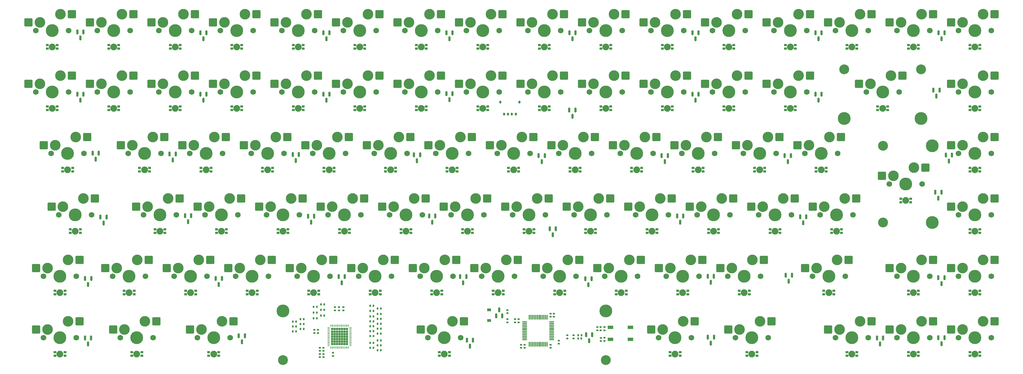
<source format=gbs>
G04 #@! TF.GenerationSoftware,KiCad,Pcbnew,7.0.2*
G04 #@! TF.CreationDate,2023-04-27T00:48:04+01:00*
G04 #@! TF.ProjectId,ISO75+STM+PKRGB,49534f37-352b-4535-944d-2b504b524742,rev?*
G04 #@! TF.SameCoordinates,Original*
G04 #@! TF.FileFunction,Soldermask,Bot*
G04 #@! TF.FilePolarity,Negative*
%FSLAX46Y46*%
G04 Gerber Fmt 4.6, Leading zero omitted, Abs format (unit mm)*
G04 Created by KiCad (PCBNEW 7.0.2) date 2023-04-27 00:48:04*
%MOMM*%
%LPD*%
G01*
G04 APERTURE LIST*
G04 Aperture macros list*
%AMRoundRect*
0 Rectangle with rounded corners*
0 $1 Rounding radius*
0 $2 $3 $4 $5 $6 $7 $8 $9 X,Y pos of 4 corners*
0 Add a 4 corners polygon primitive as box body*
4,1,4,$2,$3,$4,$5,$6,$7,$8,$9,$2,$3,0*
0 Add four circle primitives for the rounded corners*
1,1,$1+$1,$2,$3*
1,1,$1+$1,$4,$5*
1,1,$1+$1,$6,$7*
1,1,$1+$1,$8,$9*
0 Add four rect primitives between the rounded corners*
20,1,$1+$1,$2,$3,$4,$5,0*
20,1,$1+$1,$4,$5,$6,$7,0*
20,1,$1+$1,$6,$7,$8,$9,0*
20,1,$1+$1,$8,$9,$2,$3,0*%
G04 Aperture macros list end*
%ADD10C,3.048000*%
%ADD11C,3.987800*%
%ADD12RoundRect,0.135000X0.185000X-0.135000X0.185000X0.135000X-0.185000X0.135000X-0.185000X-0.135000X0*%
%ADD13C,1.750000*%
%ADD14C,3.300000*%
%ADD15RoundRect,0.250000X1.025000X1.000000X-1.025000X1.000000X-1.025000X-1.000000X1.025000X-1.000000X0*%
%ADD16RoundRect,0.140000X-0.170000X0.140000X-0.170000X-0.140000X0.170000X-0.140000X0.170000X0.140000X0*%
%ADD17R,1.200000X0.900000*%
%ADD18RoundRect,0.135000X-0.135000X-0.185000X0.135000X-0.185000X0.135000X0.185000X-0.135000X0.185000X0*%
%ADD19C,2.100000*%
%ADD20RoundRect,0.070000X0.330000X-0.280000X0.330000X0.280000X-0.330000X0.280000X-0.330000X-0.280000X0*%
%ADD21RoundRect,0.150000X-0.150000X0.587500X-0.150000X-0.587500X0.150000X-0.587500X0.150000X0.587500X0*%
%ADD22RoundRect,0.135000X0.135000X0.185000X-0.135000X0.185000X-0.135000X-0.185000X0.135000X-0.185000X0*%
%ADD23RoundRect,0.135000X-0.185000X0.135000X-0.185000X-0.135000X0.185000X-0.135000X0.185000X0.135000X0*%
%ADD24O,0.220000X0.740000*%
%ADD25O,0.740000X0.220000*%
%ADD26C,0.600000*%
%ADD27R,0.771428X0.771428*%
%ADD28RoundRect,0.140000X0.170000X-0.140000X0.170000X0.140000X-0.170000X0.140000X-0.170000X-0.140000X0*%
%ADD29R,1.800000X1.100000*%
%ADD30RoundRect,0.075000X0.075000X-0.662500X0.075000X0.662500X-0.075000X0.662500X-0.075000X-0.662500X0*%
%ADD31RoundRect,0.075000X0.662500X-0.075000X0.662500X0.075000X-0.662500X0.075000X-0.662500X-0.075000X0*%
%ADD32RoundRect,0.140000X-0.140000X-0.170000X0.140000X-0.170000X0.140000X0.170000X-0.140000X0.170000X0*%
%ADD33RoundRect,0.150000X-0.150000X-0.275000X0.150000X-0.275000X0.150000X0.275000X-0.150000X0.275000X0*%
%ADD34RoundRect,0.175000X-0.175000X-0.225000X0.175000X-0.225000X0.175000X0.225000X-0.175000X0.225000X0*%
%ADD35RoundRect,0.150000X0.150000X-0.587500X0.150000X0.587500X-0.150000X0.587500X-0.150000X-0.587500X0*%
G04 APERTURE END LIST*
D10*
X267493750Y-34290000D03*
D11*
X267493750Y-49530000D03*
D10*
X291306250Y-34290000D03*
D11*
X291306250Y-49530000D03*
D10*
X193675000Y-124460000D03*
D11*
X193675000Y-109220000D03*
D10*
X93662500Y-124460000D03*
D11*
X93662500Y-109220000D03*
D10*
X279558750Y-57943750D03*
X279558750Y-81756250D03*
D11*
X294798750Y-57943750D03*
X294798750Y-81756250D03*
D12*
X110998000Y-109018800D03*
X110998000Y-107998800D03*
D13*
X241617500Y-98425000D03*
D11*
X236537500Y-98425000D03*
D13*
X231457500Y-98425000D03*
D14*
X232727500Y-95885000D03*
D15*
X229177500Y-95885000D03*
X242627500Y-93345000D03*
D14*
X239077500Y-93345000D03*
D16*
X192140000Y-117530000D03*
X192140000Y-118490000D03*
D17*
X157500000Y-108850000D03*
X157500000Y-112150000D03*
D18*
X120648000Y-115462000D03*
X121668000Y-115462000D03*
D13*
X243998750Y-117475000D03*
D11*
X238918750Y-117475000D03*
D13*
X233838750Y-117475000D03*
D14*
X235108750Y-114935000D03*
D15*
X231558750Y-114935000D03*
X245008750Y-112395000D03*
D14*
X241458750Y-112395000D03*
D19*
X238918750Y-122555000D03*
D20*
X237368750Y-123105000D03*
X237368750Y-122005000D03*
X240468750Y-122005000D03*
X240468750Y-123105000D03*
D21*
X80000000Y-116862500D03*
X81900000Y-116862500D03*
X80950000Y-118737500D03*
D13*
X193992500Y-79375000D03*
D11*
X188912500Y-79375000D03*
D13*
X183832500Y-79375000D03*
D14*
X185102500Y-76835000D03*
D15*
X181552500Y-76835000D03*
X195002500Y-74295000D03*
D14*
X191452500Y-74295000D03*
D21*
X37150000Y-80025000D03*
X39050000Y-80025000D03*
X38100000Y-81900000D03*
D19*
X136525000Y-46355000D03*
D20*
X134975000Y-46905000D03*
X134975000Y-45805000D03*
X138075000Y-45805000D03*
X138075000Y-46905000D03*
D18*
X122934000Y-118364000D03*
X123954000Y-118364000D03*
D13*
X274955000Y-117475000D03*
D11*
X269875000Y-117475000D03*
D13*
X264795000Y-117475000D03*
D14*
X266065000Y-114935000D03*
D15*
X262515000Y-114935000D03*
X275965000Y-112395000D03*
D14*
X272415000Y-112395000D03*
D13*
X103505000Y-22225000D03*
D11*
X98425000Y-22225000D03*
D13*
X93345000Y-22225000D03*
D14*
X94615000Y-19685000D03*
D15*
X91065000Y-19685000D03*
X104515000Y-17145000D03*
D14*
X100965000Y-17145000D03*
D19*
X136525000Y-27305000D03*
D20*
X134975000Y-27855000D03*
X134975000Y-26755000D03*
X138075000Y-26755000D03*
X138075000Y-27855000D03*
D13*
X294005000Y-117475000D03*
D11*
X288925000Y-117475000D03*
D13*
X283845000Y-117475000D03*
D14*
X285115000Y-114935000D03*
D15*
X281565000Y-114935000D03*
X295015000Y-112395000D03*
D14*
X291465000Y-112395000D03*
D21*
X63343750Y-79662500D03*
X65243750Y-79662500D03*
X64293750Y-81537500D03*
D13*
X148748750Y-117475000D03*
D11*
X143668750Y-117475000D03*
D13*
X138588750Y-117475000D03*
D14*
X139858750Y-114935000D03*
D15*
X136308750Y-114935000D03*
X149758750Y-112395000D03*
D14*
X146208750Y-112395000D03*
D13*
X60642500Y-79375000D03*
D11*
X55562500Y-79375000D03*
D13*
X50482500Y-79375000D03*
D14*
X51752500Y-76835000D03*
D15*
X48202500Y-76835000D03*
X61652500Y-74295000D03*
D14*
X58102500Y-74295000D03*
D19*
X41275000Y-46355000D03*
D20*
X39725000Y-46905000D03*
X39725000Y-45805000D03*
X42825000Y-45805000D03*
X42825000Y-46905000D03*
D13*
X84455000Y-41275000D03*
D11*
X79375000Y-41275000D03*
D13*
X74295000Y-41275000D03*
D14*
X75565000Y-38735000D03*
D15*
X72015000Y-38735000D03*
X85465000Y-36195000D03*
D14*
X81915000Y-36195000D03*
D13*
X184467500Y-98425000D03*
D11*
X179387500Y-98425000D03*
D13*
X174307500Y-98425000D03*
D14*
X175577500Y-95885000D03*
D15*
X172027500Y-95885000D03*
X185477500Y-93345000D03*
D14*
X181927500Y-93345000D03*
D19*
X88900000Y-65405000D03*
D20*
X87350000Y-65955000D03*
X87350000Y-64855000D03*
X90450000Y-64855000D03*
X90450000Y-65955000D03*
D19*
X286543750Y-74930000D03*
D20*
X284993750Y-75480000D03*
X284993750Y-74380000D03*
X288093750Y-74380000D03*
X288093750Y-75480000D03*
D19*
X250825000Y-27305000D03*
D20*
X249275000Y-27855000D03*
X249275000Y-26755000D03*
X252375000Y-26755000D03*
X252375000Y-27855000D03*
D13*
X29686250Y-98425000D03*
D11*
X24606250Y-98425000D03*
D13*
X19526250Y-98425000D03*
D14*
X20796250Y-95885000D03*
D15*
X17246250Y-95885000D03*
X30696250Y-93345000D03*
D14*
X27146250Y-93345000D03*
D13*
X117792500Y-79375000D03*
D11*
X112712500Y-79375000D03*
D13*
X107632500Y-79375000D03*
D14*
X108902500Y-76835000D03*
D15*
X105352500Y-76835000D03*
X118802500Y-74295000D03*
D14*
X115252500Y-74295000D03*
D19*
X60325000Y-27305000D03*
D20*
X58775000Y-27855000D03*
X58775000Y-26755000D03*
X61875000Y-26755000D03*
X61875000Y-27855000D03*
D22*
X97735000Y-114046000D03*
X96715000Y-114046000D03*
D19*
X117475000Y-46355000D03*
D20*
X115925000Y-46905000D03*
X115925000Y-45805000D03*
X119025000Y-45805000D03*
X119025000Y-46905000D03*
D13*
X127317500Y-98425000D03*
D11*
X122237500Y-98425000D03*
D13*
X117157500Y-98425000D03*
D14*
X118427500Y-95885000D03*
D15*
X114877500Y-95885000D03*
X128327500Y-93345000D03*
D14*
X124777500Y-93345000D03*
D13*
X160655000Y-22225000D03*
D11*
X155575000Y-22225000D03*
D13*
X150495000Y-22225000D03*
D14*
X151765000Y-19685000D03*
D15*
X148215000Y-19685000D03*
X161665000Y-17145000D03*
D14*
X158115000Y-17145000D03*
D21*
X277656250Y-117600000D03*
X279556250Y-117600000D03*
X278606250Y-119475000D03*
D13*
X151130000Y-60325000D03*
D11*
X146050000Y-60325000D03*
D13*
X140970000Y-60325000D03*
D14*
X142240000Y-57785000D03*
D15*
X138690000Y-57785000D03*
X152140000Y-55245000D03*
D14*
X148590000Y-55245000D03*
D21*
X187575000Y-116537500D03*
X189475000Y-116537500D03*
X188525000Y-118412500D03*
D23*
X109150000Y-122172000D03*
X109150000Y-123192000D03*
D21*
X30006250Y-41925000D03*
X31906250Y-41925000D03*
X30956250Y-43800000D03*
D13*
X132080000Y-60325000D03*
D11*
X127000000Y-60325000D03*
D13*
X121920000Y-60325000D03*
D14*
X123190000Y-57785000D03*
D15*
X119640000Y-57785000D03*
X133090000Y-55245000D03*
D14*
X129540000Y-55245000D03*
D13*
X213042500Y-79375000D03*
D11*
X207962500Y-79375000D03*
D13*
X202882500Y-79375000D03*
D14*
X204152500Y-76835000D03*
D15*
X200602500Y-76835000D03*
X214052500Y-74295000D03*
D14*
X210502500Y-74295000D03*
D21*
X110950000Y-98562500D03*
X112850000Y-98562500D03*
X111900000Y-100437500D03*
D13*
X146367500Y-98425000D03*
D11*
X141287500Y-98425000D03*
D13*
X136207500Y-98425000D03*
D14*
X137477500Y-95885000D03*
D15*
X133927500Y-95885000D03*
X147377500Y-93345000D03*
D14*
X143827500Y-93345000D03*
D19*
X174625000Y-27305000D03*
D20*
X173075000Y-27855000D03*
X173075000Y-26755000D03*
X176175000Y-26755000D03*
X176175000Y-27855000D03*
D19*
X217487500Y-103505000D03*
D20*
X215937500Y-104055000D03*
X215937500Y-102955000D03*
X219037500Y-102955000D03*
X219037500Y-104055000D03*
D19*
X279400000Y-46355000D03*
D20*
X277850000Y-46905000D03*
X277850000Y-45805000D03*
X280950000Y-45805000D03*
X280950000Y-46905000D03*
D16*
X166700000Y-111770000D03*
X166700000Y-112730000D03*
D21*
X215743750Y-79762500D03*
X217643750Y-79762500D03*
X216693750Y-81637500D03*
D13*
X46355000Y-41275000D03*
D11*
X41275000Y-41275000D03*
D13*
X36195000Y-41275000D03*
D14*
X37465000Y-38735000D03*
D15*
X33915000Y-38735000D03*
X47365000Y-36195000D03*
D14*
X43815000Y-36195000D03*
D19*
X24606250Y-103505000D03*
D20*
X23056250Y-104055000D03*
X23056250Y-102955000D03*
X26156250Y-102955000D03*
X26156250Y-104055000D03*
D13*
X227330000Y-60325000D03*
D11*
X222250000Y-60325000D03*
D13*
X217170000Y-60325000D03*
D14*
X218440000Y-57785000D03*
D15*
X214890000Y-57785000D03*
X228340000Y-55245000D03*
D14*
X224790000Y-55245000D03*
D19*
X41275000Y-27305000D03*
D20*
X39725000Y-27855000D03*
X39725000Y-26755000D03*
X42825000Y-26755000D03*
X42825000Y-27855000D03*
D21*
X58581250Y-60525000D03*
X60481250Y-60525000D03*
X59531250Y-62400000D03*
D23*
X181750000Y-116740000D03*
X181750000Y-117760000D03*
D19*
X227012500Y-84455000D03*
D20*
X225462500Y-85005000D03*
X225462500Y-83905000D03*
X228562500Y-83905000D03*
X228562500Y-85005000D03*
D21*
X249081250Y-60975000D03*
X250981250Y-60975000D03*
X250031250Y-62850000D03*
D13*
X79692500Y-79375000D03*
D11*
X74612500Y-79375000D03*
D13*
X69532500Y-79375000D03*
D14*
X70802500Y-76835000D03*
D15*
X67252500Y-76835000D03*
X80702500Y-74295000D03*
D14*
X77152500Y-74295000D03*
D19*
X222250000Y-65405000D03*
D20*
X220700000Y-65955000D03*
X220700000Y-64855000D03*
X223800000Y-64855000D03*
X223800000Y-65955000D03*
D19*
X143668750Y-122555000D03*
D20*
X142118750Y-123105000D03*
X142118750Y-122005000D03*
X145218750Y-122005000D03*
X145218750Y-123105000D03*
D13*
X284480000Y-41275000D03*
D11*
X279400000Y-41275000D03*
D13*
X274320000Y-41275000D03*
D14*
X275590000Y-38735000D03*
D15*
X272040000Y-38735000D03*
X285490000Y-36195000D03*
D14*
X281940000Y-36195000D03*
D21*
X134250000Y-60762500D03*
X136150000Y-60762500D03*
X135200000Y-62637500D03*
D13*
X217805000Y-22225000D03*
D11*
X212725000Y-22225000D03*
D13*
X207645000Y-22225000D03*
D14*
X208915000Y-19685000D03*
D15*
X205365000Y-19685000D03*
X218815000Y-17145000D03*
D14*
X215265000Y-17145000D03*
D18*
X122934000Y-108458000D03*
X123954000Y-108458000D03*
D21*
X34750000Y-60262500D03*
X36650000Y-60262500D03*
X35700000Y-62137500D03*
D13*
X236855000Y-22225000D03*
D11*
X231775000Y-22225000D03*
D13*
X226695000Y-22225000D03*
D14*
X227965000Y-19685000D03*
D15*
X224415000Y-19685000D03*
X237865000Y-17145000D03*
D14*
X234315000Y-17145000D03*
D19*
X307975000Y-103505000D03*
D20*
X306425000Y-104055000D03*
X306425000Y-102955000D03*
X309525000Y-102955000D03*
X309525000Y-104055000D03*
D13*
X255905000Y-22225000D03*
D11*
X250825000Y-22225000D03*
D13*
X245745000Y-22225000D03*
D14*
X247015000Y-19685000D03*
D15*
X243465000Y-19685000D03*
X256915000Y-17145000D03*
D14*
X253365000Y-17145000D03*
D13*
X34448750Y-79375000D03*
D11*
X29368750Y-79375000D03*
D13*
X24288750Y-79375000D03*
D14*
X25558750Y-76835000D03*
D15*
X22008750Y-76835000D03*
X35458750Y-74295000D03*
D14*
X31908750Y-74295000D03*
D16*
X163200000Y-111770000D03*
X163200000Y-112730000D03*
D19*
X160337500Y-103505000D03*
D20*
X158787500Y-104055000D03*
X158787500Y-102955000D03*
X161887500Y-102955000D03*
X161887500Y-104055000D03*
D22*
X106428000Y-108839000D03*
X105408000Y-108839000D03*
D21*
X220506250Y-22875000D03*
X222406250Y-22875000D03*
X221456250Y-24750000D03*
D13*
X222567500Y-98425000D03*
D11*
X217487500Y-98425000D03*
D13*
X212407500Y-98425000D03*
D14*
X213677500Y-95885000D03*
D15*
X210127500Y-95885000D03*
X223577500Y-93345000D03*
D14*
X220027500Y-93345000D03*
D13*
X313055000Y-117475000D03*
D11*
X307975000Y-117475000D03*
D13*
X302895000Y-117475000D03*
D14*
X304165000Y-114935000D03*
D15*
X300615000Y-114935000D03*
X314065000Y-112395000D03*
D14*
X310515000Y-112395000D03*
D13*
X141605000Y-22225000D03*
D11*
X136525000Y-22225000D03*
D13*
X131445000Y-22225000D03*
D14*
X132715000Y-19685000D03*
D15*
X129165000Y-19685000D03*
X142615000Y-17145000D03*
D14*
X139065000Y-17145000D03*
D13*
X84455000Y-22225000D03*
D11*
X79375000Y-22225000D03*
D13*
X74295000Y-22225000D03*
D14*
X75565000Y-19685000D03*
D15*
X72015000Y-19685000D03*
X85465000Y-17145000D03*
D14*
X81915000Y-17145000D03*
D19*
X307975000Y-27305000D03*
D20*
X306425000Y-27855000D03*
X306425000Y-26755000D03*
X309525000Y-26755000D03*
X309525000Y-27855000D03*
D18*
X185090000Y-116700000D03*
X186110000Y-116700000D03*
D13*
X294005000Y-22225000D03*
D11*
X288925000Y-22225000D03*
D13*
X283845000Y-22225000D03*
D14*
X285115000Y-19685000D03*
D15*
X281565000Y-19685000D03*
X295015000Y-17145000D03*
D14*
X291465000Y-17145000D03*
D24*
X114000000Y-120530000D03*
X113600000Y-120530000D03*
X113200000Y-120530000D03*
X112800000Y-120530000D03*
X112400000Y-120530000D03*
X112000000Y-120530000D03*
X111600000Y-120530000D03*
X111200000Y-120530000D03*
X110800000Y-120530000D03*
X110400000Y-120530000D03*
X110000000Y-120530000D03*
X109600000Y-120530000D03*
X109200000Y-120530000D03*
X108800000Y-120530000D03*
X108400000Y-120530000D03*
D25*
X107795000Y-119925000D03*
X107795000Y-119525000D03*
X107795000Y-119125000D03*
X107795000Y-118725000D03*
X107795000Y-118325000D03*
X107795000Y-117925000D03*
X107795000Y-117525000D03*
X107795000Y-117125000D03*
X107795000Y-116725000D03*
X107795000Y-116325000D03*
X107795000Y-115925000D03*
X107795000Y-115525000D03*
X107795000Y-115125000D03*
X107795000Y-114725000D03*
X107795000Y-114325000D03*
D24*
X108400000Y-113720000D03*
X108800000Y-113720000D03*
X109200000Y-113720000D03*
X109600000Y-113720000D03*
X110000000Y-113720000D03*
X110400000Y-113720000D03*
X110800000Y-113720000D03*
X111200000Y-113720000D03*
X111600000Y-113720000D03*
X112000000Y-113720000D03*
X112400000Y-113720000D03*
X112800000Y-113720000D03*
X113200000Y-113720000D03*
X113600000Y-113720000D03*
X114000000Y-113720000D03*
D25*
X114605000Y-114325000D03*
X114605000Y-114725000D03*
X114605000Y-115125000D03*
X114605000Y-115525000D03*
X114605000Y-115925000D03*
X114605000Y-116325000D03*
X114605000Y-116725000D03*
X114605000Y-117125000D03*
X114605000Y-117525000D03*
X114605000Y-117925000D03*
X114605000Y-118325000D03*
X114605000Y-118725000D03*
X114605000Y-119125000D03*
X114605000Y-119525000D03*
X114605000Y-119925000D03*
D26*
X108885715Y-119439285D03*
D27*
X108885715Y-119439285D03*
X109657143Y-119439285D03*
D26*
X109657144Y-119439285D03*
X110428572Y-119439285D03*
D27*
X110428572Y-119439285D03*
X111200000Y-119439285D03*
D26*
X111200001Y-119439285D03*
X111971428Y-119439285D03*
D27*
X111971428Y-119439285D03*
D26*
X112742857Y-119439285D03*
D27*
X112742857Y-119439285D03*
D26*
X113514285Y-119439285D03*
D27*
X113514285Y-119439285D03*
D26*
X108885715Y-118667857D03*
D27*
X108885715Y-118667857D03*
D26*
X109657143Y-118667857D03*
D27*
X109657143Y-118667857D03*
D26*
X110428571Y-118667857D03*
D27*
X110428572Y-118667857D03*
D26*
X111200000Y-118667857D03*
D27*
X111200000Y-118667857D03*
D26*
X111971428Y-118667857D03*
D27*
X111971428Y-118667857D03*
D26*
X112742857Y-118667857D03*
D27*
X112742857Y-118667857D03*
D26*
X113514285Y-118667857D03*
D27*
X113514285Y-118667857D03*
D26*
X109657143Y-117896429D03*
X110428571Y-117896429D03*
X111200000Y-117896429D03*
X111971428Y-117896429D03*
X112742857Y-117896429D03*
X113514285Y-117896429D03*
X108885715Y-117896428D03*
D27*
X108885715Y-117896428D03*
X109657143Y-117896428D03*
X110428572Y-117896428D03*
X111200000Y-117896428D03*
X111971428Y-117896428D03*
X112742857Y-117896428D03*
X113514285Y-117896428D03*
D26*
X113514285Y-117125001D03*
X108885715Y-117125000D03*
D27*
X108885715Y-117125000D03*
D26*
X109657143Y-117125000D03*
D27*
X109657143Y-117125000D03*
D26*
X110428571Y-117125000D03*
D27*
X110428572Y-117125000D03*
D26*
X111200000Y-117125000D03*
D27*
X111200000Y-117125000D03*
D26*
X111971428Y-117125000D03*
D27*
X111971428Y-117125000D03*
D26*
X112742857Y-117125000D03*
D27*
X112742857Y-117125000D03*
X113514285Y-117125000D03*
D26*
X113514285Y-116353573D03*
D27*
X108885715Y-116353572D03*
D26*
X109657143Y-116353572D03*
D27*
X109657143Y-116353572D03*
D26*
X110428571Y-116353572D03*
D27*
X110428572Y-116353572D03*
D26*
X111200000Y-116353572D03*
D27*
X111200000Y-116353572D03*
D26*
X111971428Y-116353572D03*
D27*
X111971428Y-116353572D03*
D26*
X112742857Y-116353572D03*
D27*
X112742857Y-116353572D03*
X113514285Y-116353572D03*
D26*
X108885715Y-116353571D03*
X113514285Y-115582145D03*
X108885715Y-115582143D03*
D27*
X108885715Y-115582143D03*
D26*
X109657143Y-115582143D03*
D27*
X109657143Y-115582143D03*
D26*
X110428571Y-115582143D03*
D27*
X110428572Y-115582143D03*
D26*
X111200000Y-115582143D03*
D27*
X111200000Y-115582143D03*
D26*
X111971428Y-115582143D03*
D27*
X111971428Y-115582143D03*
D26*
X112742857Y-115582143D03*
D27*
X112742857Y-115582143D03*
X113514285Y-115582143D03*
X108885715Y-114810715D03*
D26*
X109657143Y-114810715D03*
D27*
X109657143Y-114810715D03*
D26*
X110428571Y-114810715D03*
D27*
X110428572Y-114810715D03*
D26*
X111200000Y-114810715D03*
D27*
X111200000Y-114810715D03*
D26*
X111971428Y-114810715D03*
D27*
X111971428Y-114810715D03*
D26*
X112742857Y-114810715D03*
D27*
X112742857Y-114810715D03*
D26*
X113514285Y-114810715D03*
D27*
X113514285Y-114810715D03*
D26*
X108885715Y-114810714D03*
D12*
X112369600Y-109018800D03*
X112369600Y-107998800D03*
D19*
X29368750Y-84455000D03*
D20*
X27818750Y-85005000D03*
X27818750Y-83905000D03*
X30918750Y-83905000D03*
X30918750Y-85005000D03*
D22*
X97740000Y-112522000D03*
X96720000Y-112522000D03*
D28*
X104512500Y-116012500D03*
X104512500Y-115052500D03*
D19*
X207962500Y-84455000D03*
D20*
X206412500Y-85005000D03*
X206412500Y-83905000D03*
X209512500Y-83905000D03*
X209512500Y-85005000D03*
D18*
X122934000Y-111652000D03*
X123954000Y-111652000D03*
D19*
X24606250Y-122555000D03*
D20*
X23056250Y-123105000D03*
X23056250Y-122005000D03*
X26156250Y-122005000D03*
X26156250Y-123105000D03*
D13*
X251142500Y-79375000D03*
D11*
X246062500Y-79375000D03*
D13*
X240982500Y-79375000D03*
D14*
X242252500Y-76835000D03*
D15*
X238702500Y-76835000D03*
X252152500Y-74295000D03*
D14*
X248602500Y-74295000D03*
D29*
X201275000Y-114275000D03*
X195075000Y-114275000D03*
X201275000Y-117975000D03*
X195075000Y-117975000D03*
D13*
X274955000Y-22225000D03*
D11*
X269875000Y-22225000D03*
D13*
X264795000Y-22225000D03*
D14*
X266065000Y-19685000D03*
D15*
X262515000Y-19685000D03*
X275965000Y-17145000D03*
D14*
X272415000Y-17145000D03*
D19*
X98425000Y-46355000D03*
D20*
X96875000Y-46905000D03*
X96875000Y-45805000D03*
X99975000Y-45805000D03*
X99975000Y-46905000D03*
D13*
X113030000Y-60325000D03*
D11*
X107950000Y-60325000D03*
D13*
X102870000Y-60325000D03*
D14*
X104140000Y-57785000D03*
D15*
X100590000Y-57785000D03*
X114040000Y-55245000D03*
D14*
X110490000Y-55245000D03*
D21*
X106206250Y-22875000D03*
X108106250Y-22875000D03*
X107156250Y-24750000D03*
D19*
X74612500Y-84455000D03*
D20*
X73062500Y-85005000D03*
X73062500Y-83905000D03*
X76162500Y-83905000D03*
X76162500Y-85005000D03*
D19*
X307975000Y-84455000D03*
D20*
X306425000Y-85005000D03*
X306425000Y-83905000D03*
X309525000Y-83905000D03*
X309525000Y-85005000D03*
D13*
X236855000Y-41275000D03*
D11*
X231775000Y-41275000D03*
D13*
X226695000Y-41275000D03*
D14*
X227965000Y-38735000D03*
D15*
X224415000Y-38735000D03*
X237865000Y-36195000D03*
D14*
X234315000Y-36195000D03*
D13*
X291623750Y-69850000D03*
D11*
X286543750Y-69850000D03*
D13*
X281463750Y-69850000D03*
D14*
X282733750Y-67310000D03*
D15*
X279183750Y-67310000D03*
X292633750Y-64770000D03*
D14*
X289083750Y-64770000D03*
D28*
X192100000Y-115180000D03*
X192100000Y-114220000D03*
D21*
X296650000Y-98862500D03*
X298550000Y-98862500D03*
X297600000Y-100737500D03*
D19*
X288925000Y-27305000D03*
D20*
X287375000Y-27855000D03*
X287375000Y-26755000D03*
X290475000Y-26755000D03*
X290475000Y-27855000D03*
D19*
X269875000Y-122555000D03*
D20*
X268325000Y-123105000D03*
X268325000Y-122005000D03*
X271425000Y-122005000D03*
X271425000Y-123105000D03*
D19*
X262731250Y-103505000D03*
D20*
X261181250Y-104055000D03*
X261181250Y-102955000D03*
X264281250Y-102955000D03*
X264281250Y-104055000D03*
D13*
X98742500Y-79375000D03*
D11*
X93662500Y-79375000D03*
D13*
X88582500Y-79375000D03*
D14*
X89852500Y-76835000D03*
D15*
X86302500Y-76835000D03*
X99752500Y-74295000D03*
D14*
X96202500Y-74295000D03*
D21*
X225250000Y-98462500D03*
X227150000Y-98462500D03*
X226200000Y-100337500D03*
D13*
X29686250Y-117475000D03*
D11*
X24606250Y-117475000D03*
D13*
X19526250Y-117475000D03*
D14*
X20796250Y-114935000D03*
D15*
X17246250Y-114935000D03*
X30696250Y-112395000D03*
D14*
X27146250Y-112395000D03*
D19*
X65087500Y-103505000D03*
D20*
X63537500Y-104055000D03*
X63537500Y-102955000D03*
X66637500Y-102955000D03*
X66637500Y-104055000D03*
D21*
X182406250Y-22875000D03*
X184306250Y-22875000D03*
X183356250Y-24750000D03*
D19*
X265112500Y-84455000D03*
D20*
X263562500Y-85005000D03*
X263562500Y-83905000D03*
X266662500Y-83905000D03*
X266662500Y-85005000D03*
D28*
X103412500Y-116012500D03*
X103412500Y-115052500D03*
D19*
X212725000Y-46355000D03*
D20*
X211175000Y-46905000D03*
X211175000Y-45805000D03*
X214275000Y-45805000D03*
X214275000Y-46905000D03*
D21*
X176270000Y-83672500D03*
X178170000Y-83672500D03*
X177220000Y-85547500D03*
D13*
X77311250Y-117475000D03*
D11*
X72231250Y-117475000D03*
D13*
X67151250Y-117475000D03*
D14*
X68421250Y-114935000D03*
D15*
X64871250Y-114935000D03*
X78321250Y-112395000D03*
D14*
X74771250Y-112395000D03*
D19*
X146050000Y-65405000D03*
D20*
X144500000Y-65955000D03*
X144500000Y-64855000D03*
X147600000Y-64855000D03*
X147600000Y-65955000D03*
D21*
X258606250Y-41925000D03*
X260506250Y-41925000D03*
X259556250Y-43800000D03*
D30*
X175470000Y-119478500D03*
X174970000Y-119478500D03*
X174470000Y-119478500D03*
X173970000Y-119478500D03*
X173470000Y-119478500D03*
X172970000Y-119478500D03*
X172470000Y-119478500D03*
X171970000Y-119478500D03*
X171470000Y-119478500D03*
X170970000Y-119478500D03*
X170470000Y-119478500D03*
X169970000Y-119478500D03*
D31*
X168557500Y-118066000D03*
X168557500Y-117566000D03*
X168557500Y-117066000D03*
X168557500Y-116566000D03*
X168557500Y-116066000D03*
X168557500Y-115566000D03*
X168557500Y-115066000D03*
X168557500Y-114566000D03*
X168557500Y-114066000D03*
X168557500Y-113566000D03*
X168557500Y-113066000D03*
X168557500Y-112566000D03*
D30*
X169970000Y-111153500D03*
X170470000Y-111153500D03*
X170970000Y-111153500D03*
X171470000Y-111153500D03*
X171970000Y-111153500D03*
X172470000Y-111153500D03*
X172970000Y-111153500D03*
X173470000Y-111153500D03*
X173970000Y-111153500D03*
X174470000Y-111153500D03*
X174970000Y-111153500D03*
X175470000Y-111153500D03*
D31*
X176882500Y-112566000D03*
X176882500Y-113066000D03*
X176882500Y-113566000D03*
X176882500Y-114066000D03*
X176882500Y-114566000D03*
X176882500Y-115066000D03*
X176882500Y-115566000D03*
X176882500Y-116066000D03*
X176882500Y-116566000D03*
X176882500Y-117066000D03*
X176882500Y-117566000D03*
X176882500Y-118066000D03*
D21*
X148550000Y-98562500D03*
X150450000Y-98562500D03*
X149500000Y-100437500D03*
D22*
X104142000Y-109728000D03*
X103122000Y-109728000D03*
D13*
X141605000Y-41275000D03*
D11*
X136525000Y-41275000D03*
D13*
X131445000Y-41275000D03*
D14*
X132715000Y-38735000D03*
D15*
X129165000Y-38735000D03*
X142615000Y-36195000D03*
D14*
X139065000Y-36195000D03*
D19*
X46037500Y-103505000D03*
D20*
X44487500Y-104055000D03*
X44487500Y-102955000D03*
X47587500Y-102955000D03*
X47587500Y-104055000D03*
D18*
X120648000Y-120650000D03*
X121668000Y-120650000D03*
D19*
X203200000Y-65405000D03*
D20*
X201650000Y-65955000D03*
X201650000Y-64855000D03*
X204750000Y-64855000D03*
X204750000Y-65955000D03*
D13*
X65405000Y-22225000D03*
D11*
X60325000Y-22225000D03*
D13*
X55245000Y-22225000D03*
D14*
X56515000Y-19685000D03*
D15*
X52965000Y-19685000D03*
X66415000Y-17145000D03*
D14*
X62865000Y-17145000D03*
D22*
X106428000Y-107188000D03*
X105408000Y-107188000D03*
D13*
X32067500Y-60325000D03*
D11*
X26987500Y-60325000D03*
D13*
X21907500Y-60325000D03*
D14*
X23177500Y-57785000D03*
D15*
X19627500Y-57785000D03*
X33077500Y-55245000D03*
D14*
X29527500Y-55245000D03*
D21*
X225268750Y-117331250D03*
X227168750Y-117331250D03*
X226218750Y-119206250D03*
X182350000Y-46912500D03*
X184250000Y-46912500D03*
X183300000Y-48787500D03*
D19*
X174625000Y-46355000D03*
D20*
X173075000Y-46905000D03*
X173075000Y-45805000D03*
X176175000Y-45805000D03*
X176175000Y-46905000D03*
D21*
X68106250Y-41925000D03*
X70006250Y-41925000D03*
X69056250Y-43800000D03*
D13*
X189230000Y-60325000D03*
D11*
X184150000Y-60325000D03*
D13*
X179070000Y-60325000D03*
D14*
X180340000Y-57785000D03*
D15*
X176790000Y-57785000D03*
X190240000Y-55245000D03*
D14*
X186690000Y-55245000D03*
D21*
X258606250Y-22875000D03*
X260506250Y-22875000D03*
X259556250Y-24750000D03*
D18*
X120648000Y-109220000D03*
X121668000Y-109220000D03*
D22*
X100078000Y-113284000D03*
X99058000Y-113284000D03*
D21*
X72868750Y-99075000D03*
X74768750Y-99075000D03*
X73818750Y-100950000D03*
D16*
X106212500Y-120602500D03*
X106212500Y-121562500D03*
D21*
X296650000Y-117462500D03*
X298550000Y-117462500D03*
X297600000Y-119337500D03*
D28*
X176550000Y-110980000D03*
X176550000Y-110020000D03*
D16*
X105100000Y-122570000D03*
X105100000Y-123530000D03*
D18*
X122934000Y-121412000D03*
X123954000Y-121412000D03*
D19*
X107950000Y-65405000D03*
D20*
X106400000Y-65955000D03*
X106400000Y-64855000D03*
X109500000Y-64855000D03*
X109500000Y-65955000D03*
D19*
X50800000Y-65405000D03*
D20*
X49250000Y-65955000D03*
X49250000Y-64855000D03*
X52350000Y-64855000D03*
X52350000Y-65955000D03*
D19*
X155575000Y-46355000D03*
D20*
X154025000Y-46905000D03*
X154025000Y-45805000D03*
X157125000Y-45805000D03*
X157125000Y-46905000D03*
D21*
X298950000Y-60825000D03*
X300850000Y-60825000D03*
X299900000Y-62700000D03*
D13*
X89217500Y-98425000D03*
D11*
X84137500Y-98425000D03*
D13*
X79057500Y-98425000D03*
D14*
X80327500Y-95885000D03*
D15*
X76777500Y-95885000D03*
X90227500Y-93345000D03*
D14*
X86677500Y-93345000D03*
D18*
X120648000Y-107569000D03*
X121668000Y-107569000D03*
D19*
X26987500Y-65405000D03*
D20*
X25437500Y-65955000D03*
X25437500Y-64855000D03*
X28537500Y-64855000D03*
X28537500Y-65955000D03*
D19*
X188912500Y-84455000D03*
D20*
X187362500Y-85005000D03*
X187362500Y-83905000D03*
X190462500Y-83905000D03*
X190462500Y-85005000D03*
D19*
X179387500Y-103505000D03*
D20*
X177837500Y-104055000D03*
X177837500Y-102955000D03*
X180937500Y-102955000D03*
X180937500Y-104055000D03*
D13*
X122555000Y-41275000D03*
D11*
X117475000Y-41275000D03*
D13*
X112395000Y-41275000D03*
D14*
X113665000Y-38735000D03*
D15*
X110115000Y-38735000D03*
X123565000Y-36195000D03*
D14*
X120015000Y-36195000D03*
D32*
X185100000Y-117750000D03*
X186060000Y-117750000D03*
D19*
X98425000Y-27305000D03*
D20*
X96875000Y-27855000D03*
X96875000Y-26755000D03*
X99975000Y-26755000D03*
X99975000Y-27855000D03*
D19*
X22225000Y-27305000D03*
D20*
X20675000Y-27855000D03*
X20675000Y-26755000D03*
X23775000Y-26755000D03*
X23775000Y-27855000D03*
D13*
X179705000Y-22225000D03*
D11*
X174625000Y-22225000D03*
D13*
X169545000Y-22225000D03*
D14*
X170815000Y-19685000D03*
D15*
X167265000Y-19685000D03*
X180715000Y-17145000D03*
D14*
X177165000Y-17145000D03*
D21*
X295118750Y-40659375D03*
X297018750Y-40659375D03*
X296068750Y-42534375D03*
D13*
X313055000Y-98425000D03*
D11*
X307975000Y-98425000D03*
D13*
X302895000Y-98425000D03*
D14*
X304165000Y-95885000D03*
D15*
X300615000Y-95885000D03*
X314065000Y-93345000D03*
D14*
X310515000Y-93345000D03*
D19*
X112712500Y-84455000D03*
D20*
X111162500Y-85005000D03*
X111162500Y-83905000D03*
X114262500Y-83905000D03*
X114262500Y-85005000D03*
D22*
X100078000Y-111760000D03*
X99058000Y-111760000D03*
D13*
X265430000Y-60325000D03*
D11*
X260350000Y-60325000D03*
D13*
X255270000Y-60325000D03*
D14*
X256540000Y-57785000D03*
D15*
X252990000Y-57785000D03*
X266440000Y-55245000D03*
D14*
X262890000Y-55245000D03*
D13*
X108267500Y-98425000D03*
D11*
X103187500Y-98425000D03*
D13*
X98107500Y-98425000D03*
D14*
X99377500Y-95885000D03*
D15*
X95827500Y-95885000D03*
X109277500Y-93345000D03*
D14*
X105727500Y-93345000D03*
D19*
X122237500Y-103505000D03*
D20*
X120687500Y-104055000D03*
X120687500Y-102955000D03*
X123787500Y-102955000D03*
X123787500Y-104055000D03*
D13*
X198755000Y-41275000D03*
D11*
X193675000Y-41275000D03*
D13*
X188595000Y-41275000D03*
D14*
X189865000Y-38735000D03*
D15*
X186315000Y-38735000D03*
X199765000Y-36195000D03*
D14*
X196215000Y-36195000D03*
D19*
X193675000Y-46355000D03*
D20*
X192125000Y-46905000D03*
X192125000Y-45805000D03*
X195225000Y-45805000D03*
X195225000Y-46905000D03*
D21*
X138950000Y-79762500D03*
X140850000Y-79762500D03*
X139900000Y-81637500D03*
D13*
X74930000Y-60325000D03*
D11*
X69850000Y-60325000D03*
D13*
X64770000Y-60325000D03*
D14*
X66040000Y-57785000D03*
D15*
X62490000Y-57785000D03*
X75940000Y-55245000D03*
D14*
X72390000Y-55245000D03*
D19*
X60325000Y-46355000D03*
D20*
X58775000Y-46905000D03*
X58775000Y-45805000D03*
X61875000Y-45805000D03*
X61875000Y-46905000D03*
D13*
X267811250Y-98425000D03*
D11*
X262731250Y-98425000D03*
D13*
X257651250Y-98425000D03*
D14*
X258921250Y-95885000D03*
D15*
X255371250Y-95885000D03*
X268821250Y-93345000D03*
D14*
X265271250Y-93345000D03*
D13*
X160655000Y-41275000D03*
D11*
X155575000Y-41275000D03*
D13*
X150495000Y-41275000D03*
D14*
X151765000Y-38735000D03*
D15*
X148215000Y-38735000D03*
X161665000Y-36195000D03*
D14*
X158115000Y-36195000D03*
D13*
X179705000Y-41275000D03*
D11*
X174625000Y-41275000D03*
D13*
X169545000Y-41275000D03*
D14*
X170815000Y-38735000D03*
D15*
X167265000Y-38735000D03*
X180715000Y-36195000D03*
D14*
X177165000Y-36195000D03*
D18*
X120648000Y-110890000D03*
X121668000Y-110890000D03*
D13*
X220186250Y-117475000D03*
D11*
X215106250Y-117475000D03*
D13*
X210026250Y-117475000D03*
D14*
X211296250Y-114935000D03*
D15*
X207746250Y-114935000D03*
X221196250Y-112395000D03*
D14*
X217646250Y-112395000D03*
D19*
X212725000Y-27305000D03*
D20*
X211175000Y-27855000D03*
X211175000Y-26755000D03*
X214275000Y-26755000D03*
X214275000Y-27855000D03*
D19*
X93662500Y-84455000D03*
D20*
X92112500Y-85005000D03*
X92112500Y-83905000D03*
X95212500Y-83905000D03*
X95212500Y-85005000D03*
D22*
X100078000Y-114808000D03*
X99058000Y-114808000D03*
D23*
X183650000Y-116740000D03*
X183650000Y-117760000D03*
D16*
X165550000Y-111770000D03*
X165550000Y-112730000D03*
D19*
X215106250Y-122555000D03*
D20*
X213556250Y-123105000D03*
X213556250Y-122005000D03*
X216656250Y-122005000D03*
X216656250Y-123105000D03*
D13*
X70167500Y-98425000D03*
D11*
X65087500Y-98425000D03*
D13*
X60007500Y-98425000D03*
D14*
X61277500Y-95885000D03*
D15*
X57727500Y-95885000D03*
X71177500Y-93345000D03*
D14*
X67627500Y-93345000D03*
D16*
X163150000Y-108920000D03*
X163150000Y-109880000D03*
D13*
X255905000Y-41275000D03*
D11*
X250825000Y-41275000D03*
D13*
X245745000Y-41275000D03*
D14*
X247015000Y-38735000D03*
D15*
X243465000Y-38735000D03*
X256915000Y-36195000D03*
D14*
X253365000Y-36195000D03*
D21*
X96713000Y-60657500D03*
X98613000Y-60657500D03*
X97663000Y-62532500D03*
D19*
X165100000Y-65405000D03*
D20*
X163550000Y-65955000D03*
X163550000Y-64855000D03*
X166650000Y-64855000D03*
X166650000Y-65955000D03*
D19*
X169862500Y-84455000D03*
D20*
X168312500Y-85005000D03*
X168312500Y-83905000D03*
X171412500Y-83905000D03*
X171412500Y-85005000D03*
D21*
X253843750Y-79962500D03*
X255743750Y-79962500D03*
X254793750Y-81837500D03*
D19*
X236537500Y-103505000D03*
D20*
X234987500Y-104055000D03*
X234987500Y-102955000D03*
X238087500Y-102955000D03*
X238087500Y-104055000D03*
D13*
X170180000Y-60325000D03*
D11*
X165100000Y-60325000D03*
D13*
X160020000Y-60325000D03*
D14*
X161290000Y-57785000D03*
D15*
X157740000Y-57785000D03*
X171190000Y-55245000D03*
D14*
X167640000Y-55245000D03*
D13*
X51117500Y-98425000D03*
D11*
X46037500Y-98425000D03*
D13*
X40957500Y-98425000D03*
D14*
X42227500Y-95885000D03*
D15*
X38677500Y-95885000D03*
X52127500Y-93345000D03*
D14*
X48577500Y-93345000D03*
D33*
X162170000Y-48155000D03*
X163370000Y-48155000D03*
X164570000Y-48155000D03*
X165770000Y-48155000D03*
D34*
X161020000Y-44380000D03*
X166920000Y-44380000D03*
D19*
X246062500Y-84455000D03*
D20*
X244512500Y-85005000D03*
X244512500Y-83905000D03*
X247612500Y-83905000D03*
X247612500Y-85005000D03*
D12*
X109778800Y-109018800D03*
X109778800Y-107998800D03*
D19*
X103187500Y-103505000D03*
D20*
X101637500Y-104055000D03*
X101637500Y-102955000D03*
X104737500Y-102955000D03*
X104737500Y-104055000D03*
D18*
X122934000Y-110128000D03*
X123954000Y-110128000D03*
X122934000Y-114700000D03*
X123954000Y-114700000D03*
D13*
X65405000Y-41275000D03*
D11*
X60325000Y-41275000D03*
D13*
X55245000Y-41275000D03*
D14*
X56515000Y-38735000D03*
D15*
X52965000Y-38735000D03*
X66415000Y-36195000D03*
D14*
X62865000Y-36195000D03*
D21*
X172881250Y-60975000D03*
X174781250Y-60975000D03*
X173831250Y-62850000D03*
D19*
X79375000Y-27305000D03*
D20*
X77825000Y-27855000D03*
X77825000Y-26755000D03*
X80925000Y-26755000D03*
X80925000Y-27855000D03*
D19*
X84137500Y-103505000D03*
D20*
X82587500Y-104055000D03*
X82587500Y-102955000D03*
X85687500Y-102955000D03*
X85687500Y-104055000D03*
D13*
X53498750Y-117475000D03*
D11*
X48418750Y-117475000D03*
D13*
X43338750Y-117475000D03*
D14*
X44608750Y-114935000D03*
D15*
X41058750Y-114935000D03*
X54508750Y-112395000D03*
D14*
X50958750Y-112395000D03*
D16*
X105112500Y-120602500D03*
X105112500Y-121562500D03*
D19*
X241300000Y-65405000D03*
D20*
X239750000Y-65955000D03*
X239750000Y-64855000D03*
X242850000Y-64855000D03*
X242850000Y-65955000D03*
D13*
X198755000Y-22225000D03*
D11*
X193675000Y-22225000D03*
D13*
X188595000Y-22225000D03*
D14*
X189865000Y-19685000D03*
D15*
X186315000Y-19685000D03*
X199765000Y-17145000D03*
D14*
X196215000Y-17145000D03*
D28*
X177600000Y-110980000D03*
X177600000Y-110020000D03*
X179100000Y-119380000D03*
X179100000Y-118420000D03*
D18*
X122934000Y-119888000D03*
X123954000Y-119888000D03*
D13*
X270192500Y-79375000D03*
D11*
X265112500Y-79375000D03*
D13*
X260032500Y-79375000D03*
D14*
X261302500Y-76835000D03*
D15*
X257752500Y-76835000D03*
X271202500Y-74295000D03*
D14*
X267652500Y-74295000D03*
D13*
X217805000Y-41275000D03*
D11*
X212725000Y-41275000D03*
D13*
X207645000Y-41275000D03*
D14*
X208915000Y-38735000D03*
D15*
X205365000Y-38735000D03*
X218815000Y-36195000D03*
D14*
X215265000Y-36195000D03*
D21*
X210981250Y-60975000D03*
X212881250Y-60975000D03*
X211931250Y-62850000D03*
D19*
X231775000Y-46355000D03*
D20*
X230225000Y-46905000D03*
X230225000Y-45805000D03*
X233325000Y-45805000D03*
X233325000Y-46905000D03*
D19*
X155575000Y-27305000D03*
D20*
X154025000Y-27855000D03*
X154025000Y-26755000D03*
X157125000Y-26755000D03*
X157125000Y-27855000D03*
D21*
X32387500Y-99075000D03*
X34287500Y-99075000D03*
X33337500Y-100950000D03*
D19*
X307975000Y-46355000D03*
D20*
X306425000Y-46905000D03*
X306425000Y-45805000D03*
X309525000Y-45805000D03*
X309525000Y-46905000D03*
D13*
X313055000Y-79375000D03*
D11*
X307975000Y-79375000D03*
D13*
X302895000Y-79375000D03*
D14*
X304165000Y-76835000D03*
D15*
X300615000Y-76835000D03*
X314065000Y-74295000D03*
D14*
X310515000Y-74295000D03*
D13*
X165417500Y-98425000D03*
D11*
X160337500Y-98425000D03*
D13*
X155257500Y-98425000D03*
D14*
X156527500Y-95885000D03*
D15*
X152977500Y-95885000D03*
X166427500Y-93345000D03*
D14*
X162877500Y-93345000D03*
D21*
X144306250Y-41781250D03*
X146206250Y-41781250D03*
X145256250Y-43656250D03*
D28*
X176600000Y-120630000D03*
X176600000Y-119670000D03*
D13*
X174942500Y-79375000D03*
D11*
X169862500Y-79375000D03*
D13*
X164782500Y-79375000D03*
D14*
X166052500Y-76835000D03*
D15*
X162502500Y-76835000D03*
X175952500Y-74295000D03*
D14*
X172402500Y-74295000D03*
D22*
X104142000Y-107950000D03*
X103122000Y-107950000D03*
D18*
X122934000Y-113176000D03*
X123954000Y-113176000D03*
D19*
X127000000Y-65405000D03*
D20*
X125450000Y-65955000D03*
X125450000Y-64855000D03*
X128550000Y-64855000D03*
X128550000Y-65955000D03*
D13*
X203517500Y-98425000D03*
D11*
X198437500Y-98425000D03*
D13*
X193357500Y-98425000D03*
D14*
X194627500Y-95885000D03*
D15*
X191077500Y-95885000D03*
X204527500Y-93345000D03*
D14*
X200977500Y-93345000D03*
D18*
X120648000Y-113938000D03*
X121668000Y-113938000D03*
D19*
X193675000Y-27305000D03*
D20*
X192125000Y-27855000D03*
X192125000Y-26755000D03*
X195225000Y-26755000D03*
X195225000Y-27855000D03*
D13*
X246380000Y-60325000D03*
D11*
X241300000Y-60325000D03*
D13*
X236220000Y-60325000D03*
D14*
X237490000Y-57785000D03*
D15*
X233940000Y-57785000D03*
X247390000Y-55245000D03*
D14*
X243840000Y-55245000D03*
D13*
X93980000Y-60325000D03*
D11*
X88900000Y-60325000D03*
D13*
X83820000Y-60325000D03*
D14*
X85090000Y-57785000D03*
D15*
X81540000Y-57785000D03*
X94990000Y-55245000D03*
D14*
X91440000Y-55245000D03*
D19*
X307975000Y-65405000D03*
D20*
X306425000Y-65955000D03*
X306425000Y-64855000D03*
X309525000Y-64855000D03*
X309525000Y-65955000D03*
D19*
X288925000Y-103505000D03*
D20*
X287375000Y-104055000D03*
X287375000Y-102955000D03*
X290475000Y-102955000D03*
X290475000Y-104055000D03*
D19*
X288925000Y-122555000D03*
D20*
X287375000Y-123105000D03*
X287375000Y-122005000D03*
X290475000Y-122005000D03*
X290475000Y-123105000D03*
D21*
X101443750Y-79800000D03*
X103343750Y-79800000D03*
X102393750Y-81675000D03*
X32350000Y-117562500D03*
X34250000Y-117562500D03*
X33300000Y-119437500D03*
D12*
X193230000Y-118520000D03*
X193230000Y-117500000D03*
D19*
X231775000Y-27305000D03*
D20*
X230225000Y-27855000D03*
X230225000Y-26755000D03*
X233325000Y-26755000D03*
X233325000Y-27855000D03*
D21*
X187325000Y-99218750D03*
X189225000Y-99218750D03*
X188275000Y-101093750D03*
D19*
X131762500Y-84455000D03*
D20*
X130212500Y-85005000D03*
X130212500Y-83905000D03*
X133312500Y-83905000D03*
X133312500Y-85005000D03*
D13*
X27305000Y-22225000D03*
D11*
X22225000Y-22225000D03*
D13*
X17145000Y-22225000D03*
D14*
X18415000Y-19685000D03*
D15*
X14865000Y-19685000D03*
X28315000Y-17145000D03*
D14*
X24765000Y-17145000D03*
D19*
X250825000Y-46355000D03*
D20*
X249275000Y-46905000D03*
X249275000Y-45805000D03*
X252375000Y-45805000D03*
X252375000Y-46905000D03*
D19*
X184150000Y-65405000D03*
D20*
X182600000Y-65955000D03*
X182600000Y-64855000D03*
X185700000Y-64855000D03*
X185700000Y-65955000D03*
D21*
X106206250Y-41925000D03*
X108106250Y-41925000D03*
X107156250Y-43800000D03*
D13*
X208280000Y-60325000D03*
D11*
X203200000Y-60325000D03*
D13*
X198120000Y-60325000D03*
D14*
X199390000Y-57785000D03*
D15*
X195840000Y-57785000D03*
X209290000Y-55245000D03*
D14*
X205740000Y-55245000D03*
D21*
X150620000Y-118272500D03*
X152520000Y-118272500D03*
X151570000Y-120147500D03*
D19*
X48418750Y-122555000D03*
D20*
X46868750Y-123105000D03*
X46868750Y-122005000D03*
X49968750Y-122005000D03*
X49968750Y-123105000D03*
D35*
X161600000Y-110687500D03*
X159700000Y-110687500D03*
X160650000Y-108812500D03*
D18*
X120648000Y-119126000D03*
X121668000Y-119126000D03*
D19*
X22225000Y-46355000D03*
D20*
X20675000Y-46905000D03*
X20675000Y-45805000D03*
X23775000Y-45805000D03*
X23775000Y-46905000D03*
D13*
X155892500Y-79375000D03*
D11*
X150812500Y-79375000D03*
D13*
X145732500Y-79375000D03*
D14*
X147002500Y-76835000D03*
D15*
X143452500Y-76835000D03*
X156902500Y-74295000D03*
D14*
X153352500Y-74295000D03*
D13*
X313055000Y-41275000D03*
D11*
X307975000Y-41275000D03*
D13*
X302895000Y-41275000D03*
D14*
X304165000Y-38735000D03*
D15*
X300615000Y-38735000D03*
X314065000Y-36195000D03*
D14*
X310515000Y-36195000D03*
D19*
X198437500Y-103505000D03*
D20*
X196887500Y-104055000D03*
X196887500Y-102955000D03*
X199987500Y-102955000D03*
X199987500Y-104055000D03*
D19*
X117475000Y-27305000D03*
D20*
X115925000Y-27855000D03*
X115925000Y-26755000D03*
X119025000Y-26755000D03*
X119025000Y-27855000D03*
D19*
X55562500Y-84455000D03*
D20*
X54012500Y-85005000D03*
X54012500Y-83905000D03*
X57112500Y-83905000D03*
X57112500Y-85005000D03*
D21*
X68106250Y-22875000D03*
X70006250Y-22875000D03*
X69056250Y-24750000D03*
D22*
X104142000Y-111506000D03*
X103122000Y-111506000D03*
D13*
X55880000Y-60325000D03*
D11*
X50800000Y-60325000D03*
D13*
X45720000Y-60325000D03*
D14*
X46990000Y-57785000D03*
D15*
X43440000Y-57785000D03*
X56890000Y-55245000D03*
D14*
X53340000Y-55245000D03*
D19*
X72231250Y-122555000D03*
D20*
X70681250Y-123105000D03*
X70681250Y-122005000D03*
X73781250Y-122005000D03*
X73781250Y-123105000D03*
D16*
X168500000Y-119670000D03*
X168500000Y-120630000D03*
D13*
X313055000Y-60325000D03*
D11*
X307975000Y-60325000D03*
D13*
X302895000Y-60325000D03*
D14*
X304165000Y-57785000D03*
D15*
X300615000Y-57785000D03*
X314065000Y-55245000D03*
D14*
X310515000Y-55245000D03*
D18*
X122934000Y-116224000D03*
X123954000Y-116224000D03*
D19*
X260350000Y-65405000D03*
D20*
X258800000Y-65955000D03*
X258800000Y-64855000D03*
X261900000Y-64855000D03*
X261900000Y-65955000D03*
D13*
X232092500Y-79375000D03*
D11*
X227012500Y-79375000D03*
D13*
X221932500Y-79375000D03*
D14*
X223202500Y-76835000D03*
D15*
X219652500Y-76835000D03*
X233102500Y-74295000D03*
D14*
X229552500Y-74295000D03*
D13*
X136842500Y-79375000D03*
D11*
X131762500Y-79375000D03*
D13*
X126682500Y-79375000D03*
D14*
X127952500Y-76835000D03*
D15*
X124402500Y-76835000D03*
X137852500Y-74295000D03*
D14*
X134302500Y-74295000D03*
D16*
X167450000Y-119670000D03*
X167450000Y-120630000D03*
D21*
X220506250Y-41925000D03*
X222406250Y-41925000D03*
X221456250Y-43800000D03*
X249400000Y-98100000D03*
X251300000Y-98100000D03*
X250350000Y-99975000D03*
D13*
X313055000Y-22225000D03*
D11*
X307975000Y-22225000D03*
D13*
X302895000Y-22225000D03*
D14*
X304165000Y-19685000D03*
D15*
X300615000Y-19685000D03*
X314065000Y-17145000D03*
D14*
X310515000Y-17145000D03*
D21*
X296706250Y-22875000D03*
X298606250Y-22875000D03*
X297656250Y-24750000D03*
D19*
X269875000Y-27305000D03*
D20*
X268325000Y-27855000D03*
X268325000Y-26755000D03*
X271425000Y-26755000D03*
X271425000Y-27855000D03*
D13*
X122555000Y-22225000D03*
D11*
X117475000Y-22225000D03*
D13*
X112395000Y-22225000D03*
D14*
X113665000Y-19685000D03*
D15*
X110115000Y-19685000D03*
X123565000Y-17145000D03*
D14*
X120015000Y-17145000D03*
D19*
X79375000Y-46355000D03*
D20*
X77825000Y-46905000D03*
X77825000Y-45805000D03*
X80925000Y-45805000D03*
X80925000Y-46905000D03*
D19*
X307975000Y-122555000D03*
D20*
X306425000Y-123105000D03*
X306425000Y-122005000D03*
X309525000Y-122005000D03*
X309525000Y-123105000D03*
D13*
X46355000Y-22225000D03*
D11*
X41275000Y-22225000D03*
D13*
X36195000Y-22225000D03*
D14*
X37465000Y-19685000D03*
D15*
X33915000Y-19685000D03*
X47365000Y-17145000D03*
D14*
X43815000Y-17145000D03*
D21*
X144306250Y-22875000D03*
X146206250Y-22875000D03*
X145256250Y-24750000D03*
D13*
X103505000Y-41275000D03*
D11*
X98425000Y-41275000D03*
D13*
X93345000Y-41275000D03*
D14*
X94615000Y-38735000D03*
D15*
X91065000Y-38735000D03*
X104515000Y-36195000D03*
D14*
X100965000Y-36195000D03*
D19*
X141287500Y-103505000D03*
D20*
X139737500Y-104055000D03*
X139737500Y-102955000D03*
X142837500Y-102955000D03*
X142837500Y-104055000D03*
D16*
X106200000Y-122570000D03*
X106200000Y-123530000D03*
D21*
X295700000Y-72362500D03*
X297600000Y-72362500D03*
X296650000Y-74237500D03*
D23*
X191000000Y-114210000D03*
X191000000Y-115230000D03*
D19*
X69850000Y-65405000D03*
D20*
X68300000Y-65955000D03*
X68300000Y-64855000D03*
X71400000Y-64855000D03*
X71400000Y-65955000D03*
D21*
X30006250Y-22662500D03*
X31906250Y-22662500D03*
X30956250Y-24537500D03*
D12*
X193250000Y-115210000D03*
X193250000Y-114190000D03*
D22*
X106428000Y-110617000D03*
X105408000Y-110617000D03*
X97735000Y-115570000D03*
X96715000Y-115570000D03*
D13*
X27305000Y-41275000D03*
D11*
X22225000Y-41275000D03*
D13*
X17145000Y-41275000D03*
D14*
X18415000Y-38735000D03*
D15*
X14865000Y-38735000D03*
X28315000Y-36195000D03*
D14*
X24765000Y-36195000D03*
D18*
X120648000Y-116986000D03*
X121668000Y-116986000D03*
D13*
X294005000Y-98425000D03*
D11*
X288925000Y-98425000D03*
D13*
X283845000Y-98425000D03*
D14*
X285115000Y-95885000D03*
D15*
X281565000Y-95885000D03*
X295015000Y-93345000D03*
D14*
X291465000Y-93345000D03*
D18*
X120648000Y-112414000D03*
X121668000Y-112414000D03*
D19*
X150812500Y-84455000D03*
D20*
X149262500Y-85005000D03*
X149262500Y-83905000D03*
X152362500Y-83905000D03*
X152362500Y-85005000D03*
M02*

</source>
